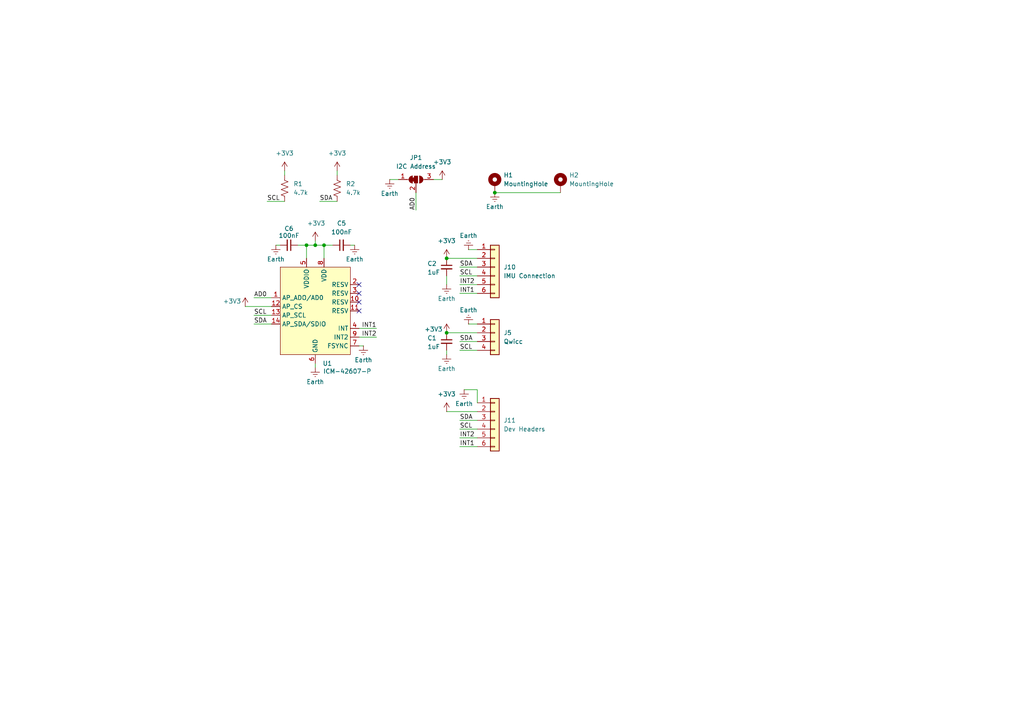
<source format=kicad_sch>
(kicad_sch (version 20250114) (generator "eeschema") (generator_version "9.0")
  (paper "A4")
  (lib_symbols
    (symbol "Connector_Generic:Conn_01x04" (pin_names (offset 1.016) (hide yes))
      (property "Reference" "J" (at 0 5.08 0))
      (property "Value" "Conn_01x04" (at 0 -7.62 0))
      (symbol "Conn_01x04_1_1"
        (rectangle (start -1.27 3.81) (end 1.27 -6.35) (stroke (width 0.254)) (fill (type background)))
        (rectangle (start -1.27 2.667) (end 0 2.413) (stroke (width 0.1524)))
        (rectangle (start -1.27 0.127) (end 0 -0.127) (stroke (width 0.1524)))
        (rectangle (start -1.27 -2.413) (end 0 -2.667) (stroke (width 0.1524)))
        (rectangle (start -1.27 -4.953) (end 0 -5.207) (stroke (width 0.1524)))
        (pin passive line (at -5.08 2.54 0) (length 3.81) (name "Pin_1") (number "1"))
        (pin passive line (at -5.08 0 0) (length 3.81) (name "Pin_2") (number "2"))
        (pin passive line (at -5.08 -2.54 0) (length 3.81) (name "Pin_3") (number "3"))
        (pin passive line (at -5.08 -5.08 0) (length 3.81) (name "Pin_4") (number "4"))
      )
    )
    (symbol "Connector_Generic:Conn_01x06" (pin_names (offset 1.016) (hide yes))
      (property "Reference" "J" (at 0 7.62 0))
      (property "Value" "Conn_01x06" (at 0 -10.16 0))
      (symbol "Conn_01x06_1_1"
        (rectangle (start -1.27 6.35) (end 1.27 -8.89) (stroke (width 0.254)) (fill (type background)))
        (rectangle (start -1.27 5.207) (end 0 4.953) (stroke (width 0.1524)))
        (rectangle (start -1.27 2.667) (end 0 2.413) (stroke (width 0.1524)))
        (rectangle (start -1.27 0.127) (end 0 -0.127) (stroke (width 0.1524)))
        (rectangle (start -1.27 -2.413) (end 0 -2.667) (stroke (width 0.1524)))
        (rectangle (start -1.27 -4.953) (end 0 -5.207) (stroke (width 0.1524)))
        (rectangle (start -1.27 -7.493) (end 0 -7.747) (stroke (width 0.1524)))
        (pin passive line (at -5.08 5.08 0) (length 3.81) (name "Pin_1") (number "1"))
        (pin passive line (at -5.08 2.54 0) (length 3.81) (name "Pin_2") (number "2"))
        (pin passive line (at -5.08 0 0) (length 3.81) (name "Pin_3") (number "3"))
        (pin passive line (at -5.08 -2.54 0) (length 3.81) (name "Pin_4") (number "4"))
        (pin passive line (at -5.08 -5.08 0) (length 3.81) (name "Pin_5") (number "5"))
        (pin passive line (at -5.08 -7.62 0) (length 3.81) (name "Pin_6") (number "6"))
      )
    )
    (symbol "Device:C_Small" (pin_numbers (hide yes)) (pin_names (offset 0.254) (hide yes))
      (property "Reference" "C" (at 0.254 1.778 0))
      (property "Value" "C_Small" (at 0.254 -2.032 0))
      (symbol "C_Small_0_1"
        (polyline (pts (xy -1.524 0.508) (xy 1.524 0.508)) (stroke (width 0.3048)))
        (polyline (pts (xy -1.524 -0.508) (xy 1.524 -0.508)) (stroke (width 0.3302)))
      )
      (symbol "C_Small_1_1"
        (pin passive line (at 0 2.54 270) (length 2.032) (name "~") (number "1"))
        (pin passive line (at 0 -2.54 90) (length 2.032) (name "~") (number "2"))
      )
    )
    (symbol "Device:R_US" (pin_numbers (hide yes)) (pin_names (offset 0))
      (property "Reference" "R" (at 2.54 0 90))
      (property "Value" "R_US" (at -2.54 0 90))
      (symbol "R_US_0_1"
        (polyline (pts (xy 0 2.286) (xy 0 2.54)))
        (polyline (pts (xy 0 2.286) (xy 1.016 1.905) (xy 0 1.524) (xy -1.016 1.143) (xy 0 0.762)))
        (polyline (pts (xy 0 0.762) (xy 1.016 0.381) (xy 0 0) (xy -1.016 -0.381) (xy 0 -0.762)))
        (polyline (pts (xy 0 -0.762) (xy 1.016 -1.143) (xy 0 -1.524) (xy -1.016 -1.905) (xy 0 -2.286)))
        (polyline (pts (xy 0 -2.286) (xy 0 -2.54)))
      )
      (symbol "R_US_1_1"
        (pin passive line (at 0 3.81 270) (length 1.27) (name "~") (number "1"))
        (pin passive line (at 0 -3.81 90) (length 1.27) (name "~") (number "2"))
      )
    )
    (symbol "IMUBreakout:ICM-42607-P"
      (property "Reference" "U" (at 4.572 -15.748 0))
      (symbol "ICM-42607-P_1_1"
        (rectangle (start -10.16 11.43) (end 10.1599 -13.97) (fill (type background)))
        (pin input line (at -12.7 2.54 0) (length 2.54) (name "AP_ADO/AD0") (number "1"))
        (pin input line (at -12.7 0 0) (length 2.54) (name "AP_CS") (number "12"))
        (pin input line (at -12.7 -2.54 0) (length 2.54) (name "AP_SCL") (number "13"))
        (pin input line (at -12.7 -5.08 0) (length 2.54) (name "AP_SDA/SDIO") (number "14"))
        (pin input line (at -2.54 13.97 270) (length 2.54) (name "VDDIO") (number "5"))
        (pin input line (at 0 -16.51 90) (length 2.54) (name "GND") (number "6"))
        (pin input line (at 2.54 13.97 270) (length 2.54) (name "VDD") (number "8"))
        (pin input line (at 12.7 6.35 180) (length 2.54) (name "RESV") (number "2"))
        (pin input line (at 12.7 3.81 180) (length 2.54) (name "RESV") (number "3"))
        (pin input line (at 12.7 1.27 180) (length 2.54) (name "RESV") (number "10"))
        (pin input line (at 12.7 -1.27 180) (length 2.54) (name "RESV") (number "11"))
        (pin input line (at 12.7 -6.35 180) (length 2.54) (name "INT") (number "4"))
        (pin input line (at 12.7 -8.89 180) (length 2.54) (name "INT2") (number "9"))
        (pin input line (at 12.7 -11.43 180) (length 2.54) (name "FSYNC") (number "7"))
      )
    )
    (symbol "Jumper:SolderJumper_3_Bridged12" (pin_names (offset 0) (hide yes)) (exclude_from_sim yes) (in_bom no)
      (property "Reference" "JP" (at -2.54 -2.54 0))
      (property "Value" "SolderJumper_3_Bridged12" (at 0 2.794 0))
      (symbol "SolderJumper_3_Bridged12_0_1"
        (polyline (pts (xy -2.54 0) (xy -2.032 0)))
        (polyline (pts (xy -1.016 1.016) (xy -1.016 -1.016)))
        (rectangle (start -1.016 0.508) (end -0.508 -0.508) (fill (type outline)))
        (arc (start -1.016 -1.016) (mid -2.0276 0) (end -1.016 1.016))
        (arc (start -1.016 -1.016) (mid -2.0276 0) (end -1.016 1.016) (fill (type outline)))
        (rectangle (start -0.508 1.016) (end 0.508 -1.016) (fill (type outline)))
        (polyline (pts (xy 0 -1.27) (xy 0 -1.016)))
        (arc (start 1.016 1.016) (mid 2.0276 0) (end 1.016 -1.016))
        (arc (start 1.016 1.016) (mid 2.0276 0) (end 1.016 -1.016) (fill (type outline)))
        (polyline (pts (xy 1.016 1.016) (xy 1.016 -1.016)))
        (polyline (pts (xy 2.54 0) (xy 2.032 0)))
      )
      (symbol "SolderJumper_3_Bridged12_1_1"
        (pin passive line (at -5.08 0 0) (length 2.54) (name "A") (number "1"))
        (pin passive line (at 0 -3.81 90) (length 2.54) (name "C") (number "2"))
        (pin passive line (at 5.08 0 180) (length 2.54) (name "B") (number "3"))
      )
    )
    (symbol "Mechanical:MountingHole_Pad" (pin_numbers (hide yes)) (pin_names (offset 1.016) (hide yes)) (exclude_from_sim yes) (in_bom no)
      (property "Reference" "H" (at 0 6.35 0))
      (property "Value" "MountingHole_Pad" (at 0 4.445 0))
      (symbol "MountingHole_Pad_0_1"
        (circle (center 0 1.27) (radius 1.27) (stroke (width 1.27)))
      )
      (symbol "MountingHole_Pad_1_1"
        (pin input line (at 0 -2.54 90) (length 2.54) (name "1") (number "1"))
      )
    )
    (symbol "power:+3V3" (power) (pin_numbers (hide yes)) (pin_names (offset 0) (hide yes))
      (property "Value" "+3V3" (at 0 3.556 0))
      (symbol "+3V3_0_1"
        (polyline (pts (xy -0.762 1.27) (xy 0 2.54)))
        (polyline (pts (xy 0 2.54) (xy 0.762 1.27)))
        (polyline (pts (xy 0 0) (xy 0 2.54)))
      )
      (symbol "+3V3_1_1"
        (pin power_in line (at 0 0 90) (length 0) (name "~") (number "1"))
      )
    )
    (symbol "power:Earth" (power) (pin_numbers (hide yes)) (pin_names (offset 0) (hide yes))
      (property "Value" "Earth" (at 0 -3.81 0))
      (symbol "Earth_0_1"
        (polyline (pts (xy -0.635 -1.905) (xy 0.635 -1.905)))
        (polyline (pts (xy -0.127 -2.54) (xy 0.127 -2.54)))
        (polyline (pts (xy 0 -1.27) (xy 0 0)))
        (polyline (pts (xy 1.27 -1.27) (xy -1.27 -1.27)))
      )
      (symbol "Earth_1_1"
        (pin power_in line (at 0 0 270) (length 0) (name "~") (number "1"))
      )
    )
  )
  (junction (at 91.44 71.12))
  (junction (at 143.51 55.88))
  (junction (at 129.54 96.52))
  (junction (at 88.9 71.12))
  (junction (at 129.54 74.93))
  (junction (at 93.98 71.12))
  (no_connect (at 104.14 90.17))
  (no_connect (at 104.14 85.09))
  (no_connect (at 104.14 87.63))
  (no_connect (at 104.14 82.55))
  (wire (pts (xy 88.9 71.12) (xy 88.9 74.93)))
  (wire (pts (xy 113.03 52.07) (xy 115.57 52.07)))
  (wire (pts (xy 91.44 106.68) (xy 91.44 105.41)))
  (wire (pts (xy 143.51 55.88) (xy 162.56 55.88)))
  (wire (pts (xy 133.35 124.46) (xy 138.43 124.46)))
  (wire (pts (xy 133.35 129.54) (xy 138.43 129.54)))
  (wire (pts (xy 109.22 95.25) (xy 104.14 95.25)))
  (wire (pts (xy 133.35 85.09) (xy 138.43 85.09)))
  (wire (pts (xy 105.41 100.33) (xy 104.14 100.33)))
  (wire (pts (xy 73.66 91.44) (xy 78.74 91.44)))
  (wire (pts (xy 82.55 49.53) (xy 82.55 50.8)))
  (wire (pts (xy 73.66 93.98) (xy 78.74 93.98)))
  (wire (pts (xy 80.01 71.12) (xy 81.28 71.12)))
  (wire (pts (xy 93.98 71.12) (xy 96.52 71.12)))
  (wire (pts (xy 86.36 71.12) (xy 88.9 71.12)))
  (wire (pts (xy 133.35 127) (xy 138.43 127)))
  (wire (pts (xy 135.89 93.98) (xy 138.43 93.98)))
  (wire (pts (xy 133.35 101.6) (xy 138.43 101.6)))
  (wire (pts (xy 133.35 77.47) (xy 138.43 77.47)))
  (wire (pts (xy 102.87 71.12) (xy 101.6 71.12)))
  (wire (pts (xy 129.54 74.93) (xy 138.43 74.93)))
  (wire (pts (xy 120.65 60.96) (xy 120.65 55.88)))
  (wire (pts (xy 129.54 119.38) (xy 138.43 119.38)))
  (wire (pts (xy 138.43 113.03) (xy 138.43 116.84)))
  (wire (pts (xy 133.35 121.92) (xy 138.43 121.92)))
  (wire (pts (xy 134.62 113.03) (xy 138.43 113.03)))
  (wire (pts (xy 91.44 71.12) (xy 93.98 71.12)))
  (wire (pts (xy 73.66 86.36) (xy 78.74 86.36)))
  (wire (pts (xy 93.98 71.12) (xy 93.98 74.93)))
  (wire (pts (xy 133.35 82.55) (xy 138.43 82.55)))
  (wire (pts (xy 125.73 52.07) (xy 128.27 52.07)))
  (wire (pts (xy 109.22 97.79) (xy 104.14 97.79)))
  (wire (pts (xy 129.54 96.52) (xy 138.43 96.52)))
  (wire (pts (xy 133.35 80.01) (xy 138.43 80.01)))
  (wire (pts (xy 129.54 102.87) (xy 129.54 101.6)))
  (wire (pts (xy 133.35 99.06) (xy 138.43 99.06)))
  (wire (pts (xy 135.89 72.39) (xy 138.43 72.39)))
  (wire (pts (xy 91.44 69.85) (xy 91.44 71.12)))
  (wire (pts (xy 97.79 49.53) (xy 97.79 50.8)))
  (wire (pts (xy 71.12 88.9) (xy 78.74 88.9)))
  (wire (pts (xy 92.71 58.42) (xy 97.79 58.42)))
  (wire (pts (xy 77.47 58.42) (xy 82.55 58.42)))
  (wire (pts (xy 88.9 71.12) (xy 91.44 71.12)))
  (wire (pts (xy 129.54 82.55) (xy 129.54 80.01)))
  (label "SCL" (at 133.35 101.6 0))
  (label "INT1" (at 133.35 85.09 0))
  (label "AD0" (at 73.66 86.36 0))
  (label "SDA" (at 133.35 99.06 0))
  (label "INT1" (at 133.35 129.54 0))
  (label "SCL" (at 77.47 58.42 0))
  (label "AD0" (at 120.65 60.96 90))
  (label "SDA" (at 133.35 121.92 0))
  (label "SCL" (at 133.35 80.01 0))
  (label "INT1" (at 109.22 95.25 180))
  (label "SDA" (at 133.35 77.47 0))
  (label "SDA" (at 73.66 93.98 0))
  (label "INT2" (at 109.22 97.79 180))
  (label "SCL" (at 133.35 124.46 0))
  (label "SDA" (at 92.71 58.42 0))
  (label "SCL" (at 73.66 91.44 0))
  (label "INT2" (at 133.35 127 0))
  (label "INT2" (at 133.35 82.55 0))
  (symbol (lib_id "power:+3V3") (at 128.27 52.07 0) (unit 1)
    (property "Reference" "#PWR010" (effects (hide yes)))
    (property "Value" "+3V3" (at 128.27 46.99 0))
    (property "Description" "Power symbol creates a global label with name \"+3V3\"" (effects (hide yes)))
  )
  (symbol (lib_id "Device:R_US") (at 97.79 54.61 0) (unit 1)
    (property "Reference" "R2" (at 100.33 53.3399 0) (effects (justify left)))
    (property "Value" "4.7k" (at 100.33 55.8799 0) (effects (justify left)))
    (property "Footprint" "Resistor_SMD:R_0402_1005Metric" (effects (hide yes)))
    (property "Description" "Resistor, US symbol" (effects (hide yes)))
    (property "LCSC" "C25900" (effects (hide yes)))
  )
  (symbol (lib_id "power:Earth") (at 129.54 102.87 0) (unit 1)
    (property "Reference" "#PWR020" (effects (hide yes)))
    (property "Value" "Earth" (at 129.54 106.934 0))
    (property "Description" "Power symbol creates a global label with name \"Earth\"" (effects (hide yes)))
  )
  (symbol (lib_id "Device:R_US") (at 82.55 54.61 0) (unit 1)
    (property "Reference" "R1" (at 85.09 53.3399 0) (effects (justify left)))
    (property "Value" "4.7k" (at 85.09 55.8799 0) (effects (justify left)))
    (property "Footprint" "Resistor_SMD:R_0402_1005Metric" (effects (hide yes)))
    (property "Description" "Resistor, US symbol" (effects (hide yes)))
    (property "LCSC" "C25900" (effects (hide yes)))
  )
  (symbol (lib_id "Mechanical:MountingHole_Pad") (at 162.56 53.34 0) (unit 1) (exclude_from_sim yes) (in_bom no)
    (property "Reference" "H2" (at 165.1 50.7999 0) (effects (justify left)))
    (property "Value" "MountingHole" (at 165.1 53.3399 0) (effects (justify left)))
    (property "Footprint" "MountingHole:MountingHole_2.2mm_M2_Pad_Via" (effects (hide yes)))
    (property "Description" "Mounting Hole with connection" (effects (hide yes)))
  )
  (symbol (lib_id "power:Earth") (at 113.03 52.07 0) (unit 1)
    (property "Reference" "#PWR026" (effects (hide yes)))
    (property "Value" "Earth" (at 113.03 56.134 0))
    (property "Description" "Power symbol creates a global label with name \"Earth\"" (effects (hide yes)))
  )
  (symbol (lib_id "Jumper:SolderJumper_3_Bridged12") (at 120.65 52.07 0) (unit 1) (exclude_from_sim yes) (in_bom no)
    (property "Reference" "JP1" (at 120.65 45.72 0))
    (property "Value" "I2C Address" (at 120.65 48.26 0))
    (property "Footprint" "Jumper:SolderJumper-3_P1.3mm_Bridged12_RoundedPad1.0x1.5mm" (effects (hide yes)))
    (property "Description" "3-pole Solder Jumper, pins 1+2 closed/bridged" (effects (hide yes)))
  )
  (symbol (lib_id "power:+3V3") (at 129.54 96.52 0) (unit 1)
    (property "Reference" "#PWR01" (effects (hide yes)))
    (property "Value" "+3V3" (at 125.73 95.504 0))
    (property "Description" "Power symbol creates a global label with name \"+3V3\"" (effects (hide yes)))
  )
  (symbol (lib_id "power:Earth") (at 105.41 100.33 0) (unit 1)
    (property "Reference" "#PWR031" (effects (hide yes)))
    (property "Value" "Earth" (at 105.41 104.394 0))
    (property "Description" "Power symbol creates a global label with name \"Earth\"" (effects (hide yes)))
  )
  (symbol (lib_id "power:Earth") (at 102.87 71.12 0) (unit 1)
    (property "Reference" "#PWR024" (effects (hide yes)))
    (property "Value" "Earth" (at 102.87 75.184 0))
    (property "Description" "Power symbol creates a global label with name \"Earth\"" (effects (hide yes)))
  )
  (symbol (lib_id "power:+3V3") (at 129.54 74.93 0) (unit 1)
    (property "Reference" "#PWR02" (effects (hide yes)))
    (property "Value" "+3V3" (at 129.54 69.85 0))
    (property "Description" "Power symbol creates a global label with name \"+3V3\"" (effects (hide yes)))
  )
  (symbol (lib_id "Mechanical:MountingHole_Pad") (at 143.51 53.34 0) (unit 1) (exclude_from_sim yes) (in_bom no)
    (property "Reference" "H1" (at 146.05 50.7999 0) (effects (justify left)))
    (property "Value" "MountingHole" (at 146.05 53.3399 0) (effects (justify left)))
    (property "Footprint" "MountingHole:MountingHole_2.2mm_M2_Pad_Via" (effects (hide yes)))
    (property "Description" "Mounting Hole with connection" (effects (hide yes)))
  )
  (symbol (lib_id "power:Earth") (at 80.01 71.12 0) (unit 1)
    (property "Reference" "#PWR025" (effects (hide yes)))
    (property "Value" "Earth" (at 80.01 75.184 0))
    (property "Description" "Power symbol creates a global label with name \"Earth\"" (effects (hide yes)))
  )
  (symbol (lib_id "power:Earth") (at 134.62 113.03 0) (unit 1)
    (property "Reference" "#PWR023" (effects (hide yes)))
    (property "Value" "Earth" (at 134.62 117.094 0))
    (property "Description" "Power symbol creates a global label with name \"Earth\"" (effects (hide yes)))
  )
  (symbol (lib_id "power:Earth") (at 91.44 106.68 0) (unit 1)
    (property "Reference" "#PWR030" (effects (hide yes)))
    (property "Value" "Earth" (at 91.44 110.744 0))
    (property "Description" "Power symbol creates a global label with name \"Earth\"" (effects (hide yes)))
  )
  (symbol (lib_id "power:Earth") (at 143.51 55.88 0) (unit 1)
    (property "Reference" "#PWR028" (effects (hide yes)))
    (property "Value" "Earth" (at 143.51 59.944 0))
    (property "Description" "Power symbol creates a global label with name \"Earth\"" (effects (hide yes)))
  )
  (symbol (lib_id "Connector_Generic:Conn_01x04") (at 143.51 96.52 0) (unit 1)
    (property "Reference" "J5" (at 146.05 96.5199 0) (effects (justify left)))
    (property "Value" "Qwicc" (at 146.05 99.0599 0) (effects (justify left)))
    (property "Footprint" "Connector_JST:JST_SH_SM04B-SRSS-TB_1x04-1MP_P1.00mm_Horizontal" (effects (hide yes)))
    (property "Description" "Generic connector, single row, 01x04, script generated (kicad-library-utils/schlib/autogen/connector/)" (effects (hide yes)))
    (property "LCSC" "C51940130" (effects (hide yes)))
  )
  (symbol (lib_id "power:Earth") (at 135.89 72.39 180) (unit 1)
    (property "Reference" "#PWR019" (effects (hide yes)))
    (property "Value" "Earth" (at 135.89 68.326 0))
    (property "Description" "Power symbol creates a global label with name \"Earth\"" (effects (hide yes)))
  )
  (symbol (lib_id "power:Earth") (at 129.54 82.55 0) (unit 1)
    (property "Reference" "#PWR021" (effects (hide yes)))
    (property "Value" "Earth" (at 129.54 86.614 0))
    (property "Description" "Power symbol creates a global label with name \"Earth\"" (effects (hide yes)))
  )
  (symbol (lib_id "power:Earth") (at 135.89 93.98 180) (unit 1)
    (property "Reference" "#PWR027" (effects (hide yes)))
    (property "Value" "Earth" (at 135.89 89.916 0))
    (property "Description" "Power symbol creates a global label with name \"Earth\"" (effects (hide yes)))
  )
  (symbol (lib_id "power:+3V3") (at 71.12 88.9 0) (unit 1)
    (property "Reference" "#PWR06" (effects (hide yes)))
    (property "Value" "+3V3" (at 67.31 87.376 0))
    (property "Description" "Power symbol creates a global label with name \"+3V3\"" (effects (hide yes)))
  )
  (symbol (lib_id "Device:C_Small") (at 129.54 99.06 0) (unit 1)
    (property "Reference" "C1" (at 123.952 98.044 0) (effects (justify left)))
    (property "Value" "1uF" (at 123.952 100.584 0) (effects (justify left)))
    (property "Footprint" "Capacitor_SMD:C_0402_1005Metric" (effects (hide yes)))
    (property "Description" "Unpolarized capacitor, small symbol" (effects (hide yes)))
    (property "LCSC" "C52923" (effects (hide yes)))
  )
  (symbol (lib_id "IMUBreakout:ICM-42607-P") (at 91.44 88.9 0) (unit 1)
    (property "Reference" "U1" (at 93.5833 105.41 0) (effects (justify left)))
    (property "Value" "ICM-42607-P" (at 93.726 107.696 0) (effects (justify left)))
    (property "Footprint" "Package_LGA:Bosch_LGA-14_3x2.5mm_P0.5mm" (effects (hide yes)))
    (property "LCSC" "C5129967" (effects (hide yes)))
  )
  (symbol (lib_id "Connector_Generic:Conn_01x06") (at 143.51 77.47 0) (unit 1)
    (property "Reference" "J10" (at 146.05 77.4699 0) (effects (justify left)))
    (property "Value" "IMU Connection" (at 146.05 80.0099 0) (effects (justify left)))
    (property "Footprint" "Connector_JST:JST_SH_SM06B-SRSS-TB_1x06-1MP_P1.00mm_Horizontal" (effects (hide yes)))
    (property "Description" "Generic connector, single row, 01x06, script generated (kicad-library-utils/schlib/autogen/connector/)" (effects (hide yes)))
    (property "LCSC" "C160405" (effects (hide yes)))
  )
  (symbol (lib_id "Device:C_Small") (at 99.06 71.12 90) (unit 1)
    (property "Reference" "C5" (at 99.0663 64.77 90))
    (property "Value" "100nF" (at 99.0663 67.31 90))
    (property "Footprint" "Capacitor_SMD:C_0402_1005Metric" (effects (hide yes)))
    (property "Description" "Unpolarized capacitor, small symbol" (effects (hide yes)))
    (property "LCSC" "C1525" (effects (hide yes)))
  )
  (symbol (lib_id "Device:C_Small") (at 83.82 71.12 270) (unit 1)
    (property "Reference" "C6" (at 83.82 66.294 90))
    (property "Value" "100nF" (at 83.82 68.326 90))
    (property "Footprint" "Capacitor_SMD:C_0402_1005Metric" (effects (hide yes)))
    (property "Description" "Unpolarized capacitor, small symbol" (effects (hide yes)))
    (property "LCSC" "C1525" (effects (hide yes)))
  )
  (symbol (lib_id "Device:C_Small") (at 129.54 77.47 0) (unit 1)
    (property "Reference" "C2" (at 123.952 76.454 0) (effects (justify left)))
    (property "Value" "1uF" (at 123.952 78.994 0) (effects (justify left)))
    (property "Footprint" "Capacitor_SMD:C_0402_1005Metric" (effects (hide yes)))
    (property "Description" "Unpolarized capacitor, small symbol" (effects (hide yes)))
    (property "LCSC" "C52923" (effects (hide yes)))
  )
  (symbol (lib_id "power:+3V3") (at 82.55 49.53 0) (unit 1)
    (property "Reference" "#PWR08" (effects (hide yes)))
    (property "Value" "+3V3" (at 82.55 44.45 0))
    (property "Description" "Power symbol creates a global label with name \"+3V3\"" (effects (hide yes)))
  )
  (symbol (lib_id "power:+3V3") (at 91.44 69.85 0) (unit 1)
    (property "Reference" "#PWR03" (effects (hide yes)))
    (property "Value" "+3V3" (at 91.694 64.77 0))
    (property "Description" "Power symbol creates a global label with name \"+3V3\"" (effects (hide yes)))
  )
  (symbol (lib_id "power:+3V3") (at 97.79 49.53 0) (unit 1)
    (property "Reference" "#PWR09" (effects (hide yes)))
    (property "Value" "+3V3" (at 97.79 44.45 0))
    (property "Description" "Power symbol creates a global label with name \"+3V3\"" (effects (hide yes)))
  )
  (symbol (lib_id "power:+3V3") (at 129.54 119.38 0) (unit 1)
    (property "Reference" "#PWR04" (effects (hide yes)))
    (property "Value" "+3V3" (at 129.54 114.3 0))
    (property "Description" "Power symbol creates a global label with name \"+3V3\"" (effects (hide yes)))
  )
  (symbol (lib_id "Connector_Generic:Conn_01x06") (at 143.51 121.92 0) (unit 1) (in_bom no)
    (property "Reference" "J11" (at 146.05 121.9199 0) (effects (justify left)))
    (property "Value" "Dev Headers" (at 146.05 124.4599 0) (effects (justify left)))
    (property "Footprint" "Connector_PinSocket_2.54mm:PinSocket_1x06_P2.54mm_Vertical" (effects (hide yes)))
    (property "Description" "Generic connector, single row, 01x06, script generated (kicad-library-utils/schlib/autogen/connector/)" (effects (hide yes)))
  )
)
</source>
